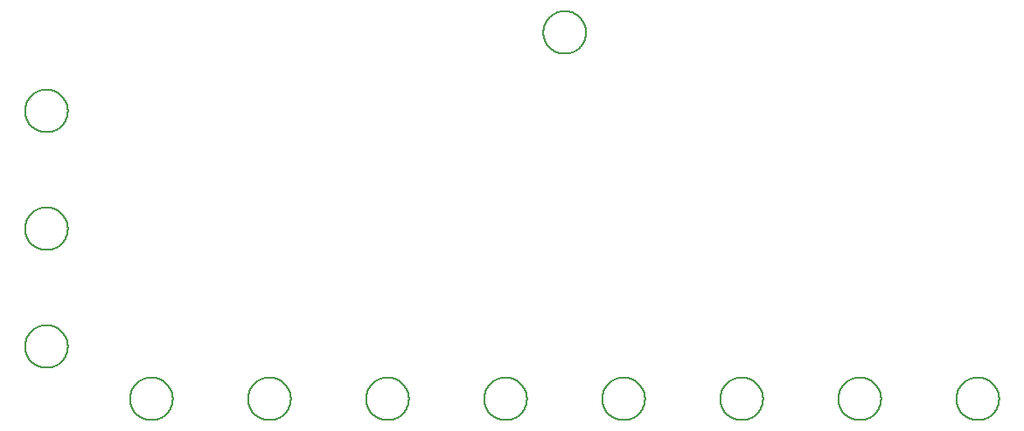
<source format=gbr>
G04 EAGLE Gerber RS-274X export*
G75*
%MOMM*%
%FSLAX34Y34*%
%LPD*%
%INTop Copper*%
%IPPOS*%
%AMOC8*
5,1,8,0,0,1.08239X$1,22.5*%
G01*
%ADD10C,0.000241*%
%ADD11C,0.127000*%


D10*
X203200Y522800D03*
X203200Y467800D03*
X203000Y495300D03*
X203200Y446600D03*
X203200Y391600D03*
X203000Y419100D03*
X203200Y370400D03*
X203200Y315400D03*
X203000Y342900D03*
D11*
X202946Y274320D02*
X202439Y274310D01*
X201932Y274289D01*
X201426Y274254D01*
X200921Y274208D01*
X200418Y274149D01*
X199916Y274078D01*
X199416Y273994D01*
X198918Y273899D01*
X198422Y273791D01*
X197929Y273671D01*
X197440Y273539D01*
X196953Y273395D01*
X196471Y273239D01*
X195992Y273071D01*
X195518Y272892D01*
X195048Y272701D01*
X194583Y272499D01*
X194123Y272285D01*
X193669Y272061D01*
X193220Y271825D01*
X192777Y271578D01*
X192340Y271320D01*
X191910Y271052D01*
X191486Y270774D01*
X191069Y270485D01*
X190660Y270186D01*
X190258Y269877D01*
X189863Y269558D01*
X189477Y269229D01*
X189098Y268892D01*
X188729Y268545D01*
X188367Y268189D01*
X188015Y267824D01*
X187671Y267451D01*
X187337Y267070D01*
X187012Y266681D01*
X186697Y266283D01*
X186392Y265878D01*
X186097Y265466D01*
X185812Y265047D01*
X185537Y264620D01*
X185273Y264188D01*
X185019Y263749D01*
X184776Y263303D01*
X184545Y262852D01*
X184324Y262396D01*
X184115Y261934D01*
X183917Y261467D01*
X183730Y260995D01*
X183555Y260519D01*
X183392Y260039D01*
X183241Y259555D01*
X183101Y259068D01*
X182974Y258577D01*
X182858Y258083D01*
X182755Y257587D01*
X182664Y257088D01*
X182585Y256587D01*
X182518Y256084D01*
X182464Y255580D01*
X182422Y255075D01*
X182393Y254568D01*
X182376Y254062D01*
X182371Y253555D01*
X182379Y253047D01*
X182399Y252541D01*
X182432Y252035D01*
X182477Y251530D01*
X182534Y251026D01*
X182604Y250523D01*
X182686Y250023D01*
X182780Y249525D01*
X182886Y249029D01*
X183004Y248536D01*
X183135Y248046D01*
X183277Y247559D01*
X183432Y247076D01*
X183598Y246597D01*
X183776Y246122D01*
X183965Y245652D01*
X184166Y245186D01*
X184378Y244726D01*
X184602Y244270D01*
X184836Y243821D01*
X185082Y243377D01*
X185338Y242939D01*
X185605Y242508D01*
X185882Y242084D01*
X186170Y241666D01*
X186467Y241256D01*
X186775Y240853D01*
X187093Y240457D01*
X187420Y240070D01*
X187757Y239690D01*
X188102Y239319D01*
X188457Y238957D01*
X188820Y238603D01*
X189192Y238259D01*
X189573Y237923D01*
X189961Y237598D01*
X190358Y237281D01*
X190762Y236975D01*
X191173Y236678D01*
X191591Y236392D01*
X192017Y236116D01*
X192449Y235850D01*
X192887Y235595D01*
X193332Y235351D01*
X193782Y235118D01*
X194238Y234896D01*
X194699Y234685D01*
X195165Y234486D01*
X195636Y234298D01*
X196112Y234121D01*
X196591Y233957D01*
X197075Y233804D01*
X197562Y233663D01*
X198052Y233534D01*
X198546Y233417D01*
X199042Y233312D01*
X199541Y233220D01*
X200041Y233139D01*
X200544Y233071D01*
X201048Y233015D01*
X201553Y232972D01*
X202059Y232941D01*
X202566Y232922D01*
X203073Y232916D01*
X203580Y232922D01*
X204087Y232941D01*
X204593Y232972D01*
X205098Y233015D01*
X205602Y233071D01*
X206105Y233139D01*
X206605Y233220D01*
X207104Y233312D01*
X207600Y233417D01*
X208094Y233534D01*
X208584Y233663D01*
X209071Y233804D01*
X209555Y233957D01*
X210034Y234121D01*
X210510Y234298D01*
X210981Y234486D01*
X211447Y234685D01*
X211908Y234896D01*
X212364Y235118D01*
X212814Y235351D01*
X213259Y235595D01*
X213697Y235850D01*
X214129Y236116D01*
X214555Y236392D01*
X214973Y236678D01*
X215384Y236975D01*
X215788Y237281D01*
X216185Y237598D01*
X216573Y237923D01*
X216954Y238259D01*
X217326Y238603D01*
X217689Y238957D01*
X218044Y239319D01*
X218389Y239690D01*
X218726Y240070D01*
X219053Y240457D01*
X219371Y240853D01*
X219679Y241256D01*
X219976Y241666D01*
X220264Y242084D01*
X220541Y242508D01*
X220808Y242939D01*
X221064Y243377D01*
X221310Y243821D01*
X221544Y244270D01*
X221768Y244726D01*
X221980Y245186D01*
X222181Y245652D01*
X222370Y246122D01*
X222548Y246597D01*
X222714Y247076D01*
X222869Y247559D01*
X223011Y248046D01*
X223142Y248536D01*
X223260Y249029D01*
X223366Y249525D01*
X223460Y250023D01*
X223542Y250523D01*
X223612Y251026D01*
X223669Y251530D01*
X223714Y252035D01*
X223747Y252541D01*
X223767Y253047D01*
X223775Y253555D01*
X223770Y254062D01*
X223753Y254568D01*
X223724Y255075D01*
X223682Y255580D01*
X223628Y256084D01*
X223561Y256587D01*
X223482Y257088D01*
X223391Y257587D01*
X223288Y258083D01*
X223172Y258577D01*
X223045Y259068D01*
X222905Y259555D01*
X222754Y260039D01*
X222591Y260519D01*
X222416Y260995D01*
X222229Y261467D01*
X222031Y261934D01*
X221822Y262396D01*
X221601Y262852D01*
X221370Y263303D01*
X221127Y263749D01*
X220873Y264188D01*
X220609Y264620D01*
X220334Y265047D01*
X220049Y265466D01*
X219754Y265878D01*
X219449Y266283D01*
X219134Y266681D01*
X218809Y267070D01*
X218475Y267451D01*
X218131Y267824D01*
X217779Y268189D01*
X217417Y268545D01*
X217048Y268892D01*
X216669Y269229D01*
X216283Y269558D01*
X215888Y269877D01*
X215486Y270186D01*
X215077Y270485D01*
X214660Y270774D01*
X214236Y271052D01*
X213806Y271320D01*
X213369Y271578D01*
X212926Y271825D01*
X212477Y272061D01*
X212023Y272285D01*
X211563Y272499D01*
X211098Y272701D01*
X210628Y272892D01*
X210154Y273071D01*
X209675Y273239D01*
X209193Y273395D01*
X208706Y273539D01*
X208217Y273671D01*
X207724Y273791D01*
X207228Y273899D01*
X206730Y273994D01*
X206230Y274078D01*
X205728Y274149D01*
X205225Y274208D01*
X204720Y274254D01*
X204214Y274289D01*
X203707Y274310D01*
X203200Y274320D01*
D10*
X203200Y254000D03*
X317500Y522800D03*
X317500Y467800D03*
X317300Y495300D03*
X317500Y446600D03*
X317500Y391600D03*
X317300Y419100D03*
X317500Y370400D03*
X317500Y315400D03*
X317300Y342900D03*
D11*
X317246Y274320D02*
X316739Y274310D01*
X316232Y274289D01*
X315726Y274254D01*
X315221Y274208D01*
X314718Y274149D01*
X314216Y274078D01*
X313716Y273994D01*
X313218Y273899D01*
X312722Y273791D01*
X312229Y273671D01*
X311740Y273539D01*
X311253Y273395D01*
X310771Y273239D01*
X310292Y273071D01*
X309818Y272892D01*
X309348Y272701D01*
X308883Y272499D01*
X308423Y272285D01*
X307969Y272061D01*
X307520Y271825D01*
X307077Y271578D01*
X306640Y271320D01*
X306210Y271052D01*
X305786Y270774D01*
X305369Y270485D01*
X304960Y270186D01*
X304558Y269877D01*
X304163Y269558D01*
X303777Y269229D01*
X303398Y268892D01*
X303029Y268545D01*
X302667Y268189D01*
X302315Y267824D01*
X301971Y267451D01*
X301637Y267070D01*
X301312Y266681D01*
X300997Y266283D01*
X300692Y265878D01*
X300397Y265466D01*
X300112Y265047D01*
X299837Y264620D01*
X299573Y264188D01*
X299319Y263749D01*
X299076Y263303D01*
X298845Y262852D01*
X298624Y262396D01*
X298415Y261934D01*
X298217Y261467D01*
X298030Y260995D01*
X297855Y260519D01*
X297692Y260039D01*
X297541Y259555D01*
X297401Y259068D01*
X297274Y258577D01*
X297158Y258083D01*
X297055Y257587D01*
X296964Y257088D01*
X296885Y256587D01*
X296818Y256084D01*
X296764Y255580D01*
X296722Y255075D01*
X296693Y254568D01*
X296676Y254062D01*
X296671Y253555D01*
X296679Y253047D01*
X296699Y252541D01*
X296732Y252035D01*
X296777Y251530D01*
X296834Y251026D01*
X296904Y250523D01*
X296986Y250023D01*
X297080Y249525D01*
X297186Y249029D01*
X297304Y248536D01*
X297435Y248046D01*
X297577Y247559D01*
X297732Y247076D01*
X297898Y246597D01*
X298076Y246122D01*
X298265Y245652D01*
X298466Y245186D01*
X298678Y244726D01*
X298902Y244270D01*
X299136Y243821D01*
X299382Y243377D01*
X299638Y242939D01*
X299905Y242508D01*
X300182Y242084D01*
X300470Y241666D01*
X300767Y241256D01*
X301075Y240853D01*
X301393Y240457D01*
X301720Y240070D01*
X302057Y239690D01*
X302402Y239319D01*
X302757Y238957D01*
X303120Y238603D01*
X303492Y238259D01*
X303873Y237923D01*
X304261Y237598D01*
X304658Y237281D01*
X305062Y236975D01*
X305473Y236678D01*
X305891Y236392D01*
X306317Y236116D01*
X306749Y235850D01*
X307187Y235595D01*
X307632Y235351D01*
X308082Y235118D01*
X308538Y234896D01*
X308999Y234685D01*
X309465Y234486D01*
X309936Y234298D01*
X310412Y234121D01*
X310891Y233957D01*
X311375Y233804D01*
X311862Y233663D01*
X312352Y233534D01*
X312846Y233417D01*
X313342Y233312D01*
X313841Y233220D01*
X314341Y233139D01*
X314844Y233071D01*
X315348Y233015D01*
X315853Y232972D01*
X316359Y232941D01*
X316866Y232922D01*
X317373Y232916D01*
X317880Y232922D01*
X318387Y232941D01*
X318893Y232972D01*
X319398Y233015D01*
X319902Y233071D01*
X320405Y233139D01*
X320905Y233220D01*
X321404Y233312D01*
X321900Y233417D01*
X322394Y233534D01*
X322884Y233663D01*
X323371Y233804D01*
X323855Y233957D01*
X324334Y234121D01*
X324810Y234298D01*
X325281Y234486D01*
X325747Y234685D01*
X326208Y234896D01*
X326664Y235118D01*
X327114Y235351D01*
X327559Y235595D01*
X327997Y235850D01*
X328429Y236116D01*
X328855Y236392D01*
X329273Y236678D01*
X329684Y236975D01*
X330088Y237281D01*
X330485Y237598D01*
X330873Y237923D01*
X331254Y238259D01*
X331626Y238603D01*
X331989Y238957D01*
X332344Y239319D01*
X332689Y239690D01*
X333026Y240070D01*
X333353Y240457D01*
X333671Y240853D01*
X333979Y241256D01*
X334276Y241666D01*
X334564Y242084D01*
X334841Y242508D01*
X335108Y242939D01*
X335364Y243377D01*
X335610Y243821D01*
X335844Y244270D01*
X336068Y244726D01*
X336280Y245186D01*
X336481Y245652D01*
X336670Y246122D01*
X336848Y246597D01*
X337014Y247076D01*
X337169Y247559D01*
X337311Y248046D01*
X337442Y248536D01*
X337560Y249029D01*
X337666Y249525D01*
X337760Y250023D01*
X337842Y250523D01*
X337912Y251026D01*
X337969Y251530D01*
X338014Y252035D01*
X338047Y252541D01*
X338067Y253047D01*
X338075Y253555D01*
X338070Y254062D01*
X338053Y254568D01*
X338024Y255075D01*
X337982Y255580D01*
X337928Y256084D01*
X337861Y256587D01*
X337782Y257088D01*
X337691Y257587D01*
X337588Y258083D01*
X337472Y258577D01*
X337345Y259068D01*
X337205Y259555D01*
X337054Y260039D01*
X336891Y260519D01*
X336716Y260995D01*
X336529Y261467D01*
X336331Y261934D01*
X336122Y262396D01*
X335901Y262852D01*
X335670Y263303D01*
X335427Y263749D01*
X335173Y264188D01*
X334909Y264620D01*
X334634Y265047D01*
X334349Y265466D01*
X334054Y265878D01*
X333749Y266283D01*
X333434Y266681D01*
X333109Y267070D01*
X332775Y267451D01*
X332431Y267824D01*
X332079Y268189D01*
X331717Y268545D01*
X331348Y268892D01*
X330969Y269229D01*
X330583Y269558D01*
X330188Y269877D01*
X329786Y270186D01*
X329377Y270485D01*
X328960Y270774D01*
X328536Y271052D01*
X328106Y271320D01*
X327669Y271578D01*
X327226Y271825D01*
X326777Y272061D01*
X326323Y272285D01*
X325863Y272499D01*
X325398Y272701D01*
X324928Y272892D01*
X324454Y273071D01*
X323975Y273239D01*
X323493Y273395D01*
X323006Y273539D01*
X322517Y273671D01*
X322024Y273791D01*
X321528Y273899D01*
X321030Y273994D01*
X320530Y274078D01*
X320028Y274149D01*
X319525Y274208D01*
X319020Y274254D01*
X318514Y274289D01*
X318007Y274310D01*
X317500Y274320D01*
D10*
X317500Y254000D03*
X431800Y522800D03*
X431800Y467800D03*
X431600Y495300D03*
X431800Y446600D03*
X431800Y391600D03*
X431600Y419100D03*
X431800Y370400D03*
X431800Y315400D03*
X431600Y342900D03*
D11*
X431546Y274320D02*
X431039Y274310D01*
X430532Y274289D01*
X430026Y274254D01*
X429521Y274208D01*
X429018Y274149D01*
X428516Y274078D01*
X428016Y273994D01*
X427518Y273899D01*
X427022Y273791D01*
X426529Y273671D01*
X426040Y273539D01*
X425553Y273395D01*
X425071Y273239D01*
X424592Y273071D01*
X424118Y272892D01*
X423648Y272701D01*
X423183Y272499D01*
X422723Y272285D01*
X422269Y272061D01*
X421820Y271825D01*
X421377Y271578D01*
X420940Y271320D01*
X420510Y271052D01*
X420086Y270774D01*
X419669Y270485D01*
X419260Y270186D01*
X418858Y269877D01*
X418463Y269558D01*
X418077Y269229D01*
X417698Y268892D01*
X417329Y268545D01*
X416967Y268189D01*
X416615Y267824D01*
X416271Y267451D01*
X415937Y267070D01*
X415612Y266681D01*
X415297Y266283D01*
X414992Y265878D01*
X414697Y265466D01*
X414412Y265047D01*
X414137Y264620D01*
X413873Y264188D01*
X413619Y263749D01*
X413376Y263303D01*
X413145Y262852D01*
X412924Y262396D01*
X412715Y261934D01*
X412517Y261467D01*
X412330Y260995D01*
X412155Y260519D01*
X411992Y260039D01*
X411841Y259555D01*
X411701Y259068D01*
X411574Y258577D01*
X411458Y258083D01*
X411355Y257587D01*
X411264Y257088D01*
X411185Y256587D01*
X411118Y256084D01*
X411064Y255580D01*
X411022Y255075D01*
X410993Y254568D01*
X410976Y254062D01*
X410971Y253555D01*
X410979Y253047D01*
X410999Y252541D01*
X411032Y252035D01*
X411077Y251530D01*
X411134Y251026D01*
X411204Y250523D01*
X411286Y250023D01*
X411380Y249525D01*
X411486Y249029D01*
X411604Y248536D01*
X411735Y248046D01*
X411877Y247559D01*
X412032Y247076D01*
X412198Y246597D01*
X412376Y246122D01*
X412565Y245652D01*
X412766Y245186D01*
X412978Y244726D01*
X413202Y244270D01*
X413436Y243821D01*
X413682Y243377D01*
X413938Y242939D01*
X414205Y242508D01*
X414482Y242084D01*
X414770Y241666D01*
X415067Y241256D01*
X415375Y240853D01*
X415693Y240457D01*
X416020Y240070D01*
X416357Y239690D01*
X416702Y239319D01*
X417057Y238957D01*
X417420Y238603D01*
X417792Y238259D01*
X418173Y237923D01*
X418561Y237598D01*
X418958Y237281D01*
X419362Y236975D01*
X419773Y236678D01*
X420191Y236392D01*
X420617Y236116D01*
X421049Y235850D01*
X421487Y235595D01*
X421932Y235351D01*
X422382Y235118D01*
X422838Y234896D01*
X423299Y234685D01*
X423765Y234486D01*
X424236Y234298D01*
X424712Y234121D01*
X425191Y233957D01*
X425675Y233804D01*
X426162Y233663D01*
X426652Y233534D01*
X427146Y233417D01*
X427642Y233312D01*
X428141Y233220D01*
X428641Y233139D01*
X429144Y233071D01*
X429648Y233015D01*
X430153Y232972D01*
X430659Y232941D01*
X431166Y232922D01*
X431673Y232916D01*
X432180Y232922D01*
X432687Y232941D01*
X433193Y232972D01*
X433698Y233015D01*
X434202Y233071D01*
X434705Y233139D01*
X435205Y233220D01*
X435704Y233312D01*
X436200Y233417D01*
X436694Y233534D01*
X437184Y233663D01*
X437671Y233804D01*
X438155Y233957D01*
X438634Y234121D01*
X439110Y234298D01*
X439581Y234486D01*
X440047Y234685D01*
X440508Y234896D01*
X440964Y235118D01*
X441414Y235351D01*
X441859Y235595D01*
X442297Y235850D01*
X442729Y236116D01*
X443155Y236392D01*
X443573Y236678D01*
X443984Y236975D01*
X444388Y237281D01*
X444785Y237598D01*
X445173Y237923D01*
X445554Y238259D01*
X445926Y238603D01*
X446289Y238957D01*
X446644Y239319D01*
X446989Y239690D01*
X447326Y240070D01*
X447653Y240457D01*
X447971Y240853D01*
X448279Y241256D01*
X448576Y241666D01*
X448864Y242084D01*
X449141Y242508D01*
X449408Y242939D01*
X449664Y243377D01*
X449910Y243821D01*
X450144Y244270D01*
X450368Y244726D01*
X450580Y245186D01*
X450781Y245652D01*
X450970Y246122D01*
X451148Y246597D01*
X451314Y247076D01*
X451469Y247559D01*
X451611Y248046D01*
X451742Y248536D01*
X451860Y249029D01*
X451966Y249525D01*
X452060Y250023D01*
X452142Y250523D01*
X452212Y251026D01*
X452269Y251530D01*
X452314Y252035D01*
X452347Y252541D01*
X452367Y253047D01*
X452375Y253555D01*
X452370Y254062D01*
X452353Y254568D01*
X452324Y255075D01*
X452282Y255580D01*
X452228Y256084D01*
X452161Y256587D01*
X452082Y257088D01*
X451991Y257587D01*
X451888Y258083D01*
X451772Y258577D01*
X451645Y259068D01*
X451505Y259555D01*
X451354Y260039D01*
X451191Y260519D01*
X451016Y260995D01*
X450829Y261467D01*
X450631Y261934D01*
X450422Y262396D01*
X450201Y262852D01*
X449970Y263303D01*
X449727Y263749D01*
X449473Y264188D01*
X449209Y264620D01*
X448934Y265047D01*
X448649Y265466D01*
X448354Y265878D01*
X448049Y266283D01*
X447734Y266681D01*
X447409Y267070D01*
X447075Y267451D01*
X446731Y267824D01*
X446379Y268189D01*
X446017Y268545D01*
X445648Y268892D01*
X445269Y269229D01*
X444883Y269558D01*
X444488Y269877D01*
X444086Y270186D01*
X443677Y270485D01*
X443260Y270774D01*
X442836Y271052D01*
X442406Y271320D01*
X441969Y271578D01*
X441526Y271825D01*
X441077Y272061D01*
X440623Y272285D01*
X440163Y272499D01*
X439698Y272701D01*
X439228Y272892D01*
X438754Y273071D01*
X438275Y273239D01*
X437793Y273395D01*
X437306Y273539D01*
X436817Y273671D01*
X436324Y273791D01*
X435828Y273899D01*
X435330Y273994D01*
X434830Y274078D01*
X434328Y274149D01*
X433825Y274208D01*
X433320Y274254D01*
X432814Y274289D01*
X432307Y274310D01*
X431800Y274320D01*
D10*
X431800Y254000D03*
X546100Y522800D03*
X546100Y467800D03*
X545900Y495300D03*
X546100Y446600D03*
X546100Y391600D03*
X545900Y419100D03*
X546100Y370400D03*
X546100Y315400D03*
X545900Y342900D03*
D11*
X545846Y274320D02*
X545339Y274310D01*
X544832Y274289D01*
X544326Y274254D01*
X543821Y274208D01*
X543318Y274149D01*
X542816Y274078D01*
X542316Y273994D01*
X541818Y273899D01*
X541322Y273791D01*
X540829Y273671D01*
X540340Y273539D01*
X539853Y273395D01*
X539371Y273239D01*
X538892Y273071D01*
X538418Y272892D01*
X537948Y272701D01*
X537483Y272499D01*
X537023Y272285D01*
X536569Y272061D01*
X536120Y271825D01*
X535677Y271578D01*
X535240Y271320D01*
X534810Y271052D01*
X534386Y270774D01*
X533969Y270485D01*
X533560Y270186D01*
X533158Y269877D01*
X532763Y269558D01*
X532377Y269229D01*
X531998Y268892D01*
X531629Y268545D01*
X531267Y268189D01*
X530915Y267824D01*
X530571Y267451D01*
X530237Y267070D01*
X529912Y266681D01*
X529597Y266283D01*
X529292Y265878D01*
X528997Y265466D01*
X528712Y265047D01*
X528437Y264620D01*
X528173Y264188D01*
X527919Y263749D01*
X527676Y263303D01*
X527445Y262852D01*
X527224Y262396D01*
X527015Y261934D01*
X526817Y261467D01*
X526630Y260995D01*
X526455Y260519D01*
X526292Y260039D01*
X526141Y259555D01*
X526001Y259068D01*
X525874Y258577D01*
X525758Y258083D01*
X525655Y257587D01*
X525564Y257088D01*
X525485Y256587D01*
X525418Y256084D01*
X525364Y255580D01*
X525322Y255075D01*
X525293Y254568D01*
X525276Y254062D01*
X525271Y253555D01*
X525279Y253047D01*
X525299Y252541D01*
X525332Y252035D01*
X525377Y251530D01*
X525434Y251026D01*
X525504Y250523D01*
X525586Y250023D01*
X525680Y249525D01*
X525786Y249029D01*
X525904Y248536D01*
X526035Y248046D01*
X526177Y247559D01*
X526332Y247076D01*
X526498Y246597D01*
X526676Y246122D01*
X526865Y245652D01*
X527066Y245186D01*
X527278Y244726D01*
X527502Y244270D01*
X527736Y243821D01*
X527982Y243377D01*
X528238Y242939D01*
X528505Y242508D01*
X528782Y242084D01*
X529070Y241666D01*
X529367Y241256D01*
X529675Y240853D01*
X529993Y240457D01*
X530320Y240070D01*
X530657Y239690D01*
X531002Y239319D01*
X531357Y238957D01*
X531720Y238603D01*
X532092Y238259D01*
X532473Y237923D01*
X532861Y237598D01*
X533258Y237281D01*
X533662Y236975D01*
X534073Y236678D01*
X534491Y236392D01*
X534917Y236116D01*
X535349Y235850D01*
X535787Y235595D01*
X536232Y235351D01*
X536682Y235118D01*
X537138Y234896D01*
X537599Y234685D01*
X538065Y234486D01*
X538536Y234298D01*
X539012Y234121D01*
X539491Y233957D01*
X539975Y233804D01*
X540462Y233663D01*
X540952Y233534D01*
X541446Y233417D01*
X541942Y233312D01*
X542441Y233220D01*
X542941Y233139D01*
X543444Y233071D01*
X543948Y233015D01*
X544453Y232972D01*
X544959Y232941D01*
X545466Y232922D01*
X545973Y232916D01*
X546480Y232922D01*
X546987Y232941D01*
X547493Y232972D01*
X547998Y233015D01*
X548502Y233071D01*
X549005Y233139D01*
X549505Y233220D01*
X550004Y233312D01*
X550500Y233417D01*
X550994Y233534D01*
X551484Y233663D01*
X551971Y233804D01*
X552455Y233957D01*
X552934Y234121D01*
X553410Y234298D01*
X553881Y234486D01*
X554347Y234685D01*
X554808Y234896D01*
X555264Y235118D01*
X555714Y235351D01*
X556159Y235595D01*
X556597Y235850D01*
X557029Y236116D01*
X557455Y236392D01*
X557873Y236678D01*
X558284Y236975D01*
X558688Y237281D01*
X559085Y237598D01*
X559473Y237923D01*
X559854Y238259D01*
X560226Y238603D01*
X560589Y238957D01*
X560944Y239319D01*
X561289Y239690D01*
X561626Y240070D01*
X561953Y240457D01*
X562271Y240853D01*
X562579Y241256D01*
X562876Y241666D01*
X563164Y242084D01*
X563441Y242508D01*
X563708Y242939D01*
X563964Y243377D01*
X564210Y243821D01*
X564444Y244270D01*
X564668Y244726D01*
X564880Y245186D01*
X565081Y245652D01*
X565270Y246122D01*
X565448Y246597D01*
X565614Y247076D01*
X565769Y247559D01*
X565911Y248046D01*
X566042Y248536D01*
X566160Y249029D01*
X566266Y249525D01*
X566360Y250023D01*
X566442Y250523D01*
X566512Y251026D01*
X566569Y251530D01*
X566614Y252035D01*
X566647Y252541D01*
X566667Y253047D01*
X566675Y253555D01*
X566670Y254062D01*
X566653Y254568D01*
X566624Y255075D01*
X566582Y255580D01*
X566528Y256084D01*
X566461Y256587D01*
X566382Y257088D01*
X566291Y257587D01*
X566188Y258083D01*
X566072Y258577D01*
X565945Y259068D01*
X565805Y259555D01*
X565654Y260039D01*
X565491Y260519D01*
X565316Y260995D01*
X565129Y261467D01*
X564931Y261934D01*
X564722Y262396D01*
X564501Y262852D01*
X564270Y263303D01*
X564027Y263749D01*
X563773Y264188D01*
X563509Y264620D01*
X563234Y265047D01*
X562949Y265466D01*
X562654Y265878D01*
X562349Y266283D01*
X562034Y266681D01*
X561709Y267070D01*
X561375Y267451D01*
X561031Y267824D01*
X560679Y268189D01*
X560317Y268545D01*
X559948Y268892D01*
X559569Y269229D01*
X559183Y269558D01*
X558788Y269877D01*
X558386Y270186D01*
X557977Y270485D01*
X557560Y270774D01*
X557136Y271052D01*
X556706Y271320D01*
X556269Y271578D01*
X555826Y271825D01*
X555377Y272061D01*
X554923Y272285D01*
X554463Y272499D01*
X553998Y272701D01*
X553528Y272892D01*
X553054Y273071D01*
X552575Y273239D01*
X552093Y273395D01*
X551606Y273539D01*
X551117Y273671D01*
X550624Y273791D01*
X550128Y273899D01*
X549630Y273994D01*
X549130Y274078D01*
X548628Y274149D01*
X548125Y274208D01*
X547620Y274254D01*
X547114Y274289D01*
X546607Y274310D01*
X546100Y274320D01*
D10*
X546100Y254000D03*
X660400Y522800D03*
X660400Y467800D03*
X660200Y495300D03*
X660400Y446600D03*
X660400Y391600D03*
X660200Y419100D03*
X660400Y370400D03*
X660400Y315400D03*
X660200Y342900D03*
D11*
X660146Y274320D02*
X659639Y274310D01*
X659132Y274289D01*
X658626Y274254D01*
X658121Y274208D01*
X657618Y274149D01*
X657116Y274078D01*
X656616Y273994D01*
X656118Y273899D01*
X655622Y273791D01*
X655129Y273671D01*
X654640Y273539D01*
X654153Y273395D01*
X653671Y273239D01*
X653192Y273071D01*
X652718Y272892D01*
X652248Y272701D01*
X651783Y272499D01*
X651323Y272285D01*
X650869Y272061D01*
X650420Y271825D01*
X649977Y271578D01*
X649540Y271320D01*
X649110Y271052D01*
X648686Y270774D01*
X648269Y270485D01*
X647860Y270186D01*
X647458Y269877D01*
X647063Y269558D01*
X646677Y269229D01*
X646298Y268892D01*
X645929Y268545D01*
X645567Y268189D01*
X645215Y267824D01*
X644871Y267451D01*
X644537Y267070D01*
X644212Y266681D01*
X643897Y266283D01*
X643592Y265878D01*
X643297Y265466D01*
X643012Y265047D01*
X642737Y264620D01*
X642473Y264188D01*
X642219Y263749D01*
X641976Y263303D01*
X641745Y262852D01*
X641524Y262396D01*
X641315Y261934D01*
X641117Y261467D01*
X640930Y260995D01*
X640755Y260519D01*
X640592Y260039D01*
X640441Y259555D01*
X640301Y259068D01*
X640174Y258577D01*
X640058Y258083D01*
X639955Y257587D01*
X639864Y257088D01*
X639785Y256587D01*
X639718Y256084D01*
X639664Y255580D01*
X639622Y255075D01*
X639593Y254568D01*
X639576Y254062D01*
X639571Y253555D01*
X639579Y253047D01*
X639599Y252541D01*
X639632Y252035D01*
X639677Y251530D01*
X639734Y251026D01*
X639804Y250523D01*
X639886Y250023D01*
X639980Y249525D01*
X640086Y249029D01*
X640204Y248536D01*
X640335Y248046D01*
X640477Y247559D01*
X640632Y247076D01*
X640798Y246597D01*
X640976Y246122D01*
X641165Y245652D01*
X641366Y245186D01*
X641578Y244726D01*
X641802Y244270D01*
X642036Y243821D01*
X642282Y243377D01*
X642538Y242939D01*
X642805Y242508D01*
X643082Y242084D01*
X643370Y241666D01*
X643667Y241256D01*
X643975Y240853D01*
X644293Y240457D01*
X644620Y240070D01*
X644957Y239690D01*
X645302Y239319D01*
X645657Y238957D01*
X646020Y238603D01*
X646392Y238259D01*
X646773Y237923D01*
X647161Y237598D01*
X647558Y237281D01*
X647962Y236975D01*
X648373Y236678D01*
X648791Y236392D01*
X649217Y236116D01*
X649649Y235850D01*
X650087Y235595D01*
X650532Y235351D01*
X650982Y235118D01*
X651438Y234896D01*
X651899Y234685D01*
X652365Y234486D01*
X652836Y234298D01*
X653312Y234121D01*
X653791Y233957D01*
X654275Y233804D01*
X654762Y233663D01*
X655252Y233534D01*
X655746Y233417D01*
X656242Y233312D01*
X656741Y233220D01*
X657241Y233139D01*
X657744Y233071D01*
X658248Y233015D01*
X658753Y232972D01*
X659259Y232941D01*
X659766Y232922D01*
X660273Y232916D01*
X660780Y232922D01*
X661287Y232941D01*
X661793Y232972D01*
X662298Y233015D01*
X662802Y233071D01*
X663305Y233139D01*
X663805Y233220D01*
X664304Y233312D01*
X664800Y233417D01*
X665294Y233534D01*
X665784Y233663D01*
X666271Y233804D01*
X666755Y233957D01*
X667234Y234121D01*
X667710Y234298D01*
X668181Y234486D01*
X668647Y234685D01*
X669108Y234896D01*
X669564Y235118D01*
X670014Y235351D01*
X670459Y235595D01*
X670897Y235850D01*
X671329Y236116D01*
X671755Y236392D01*
X672173Y236678D01*
X672584Y236975D01*
X672988Y237281D01*
X673385Y237598D01*
X673773Y237923D01*
X674154Y238259D01*
X674526Y238603D01*
X674889Y238957D01*
X675244Y239319D01*
X675589Y239690D01*
X675926Y240070D01*
X676253Y240457D01*
X676571Y240853D01*
X676879Y241256D01*
X677176Y241666D01*
X677464Y242084D01*
X677741Y242508D01*
X678008Y242939D01*
X678264Y243377D01*
X678510Y243821D01*
X678744Y244270D01*
X678968Y244726D01*
X679180Y245186D01*
X679381Y245652D01*
X679570Y246122D01*
X679748Y246597D01*
X679914Y247076D01*
X680069Y247559D01*
X680211Y248046D01*
X680342Y248536D01*
X680460Y249029D01*
X680566Y249525D01*
X680660Y250023D01*
X680742Y250523D01*
X680812Y251026D01*
X680869Y251530D01*
X680914Y252035D01*
X680947Y252541D01*
X680967Y253047D01*
X680975Y253555D01*
X680970Y254062D01*
X680953Y254568D01*
X680924Y255075D01*
X680882Y255580D01*
X680828Y256084D01*
X680761Y256587D01*
X680682Y257088D01*
X680591Y257587D01*
X680488Y258083D01*
X680372Y258577D01*
X680245Y259068D01*
X680105Y259555D01*
X679954Y260039D01*
X679791Y260519D01*
X679616Y260995D01*
X679429Y261467D01*
X679231Y261934D01*
X679022Y262396D01*
X678801Y262852D01*
X678570Y263303D01*
X678327Y263749D01*
X678073Y264188D01*
X677809Y264620D01*
X677534Y265047D01*
X677249Y265466D01*
X676954Y265878D01*
X676649Y266283D01*
X676334Y266681D01*
X676009Y267070D01*
X675675Y267451D01*
X675331Y267824D01*
X674979Y268189D01*
X674617Y268545D01*
X674248Y268892D01*
X673869Y269229D01*
X673483Y269558D01*
X673088Y269877D01*
X672686Y270186D01*
X672277Y270485D01*
X671860Y270774D01*
X671436Y271052D01*
X671006Y271320D01*
X670569Y271578D01*
X670126Y271825D01*
X669677Y272061D01*
X669223Y272285D01*
X668763Y272499D01*
X668298Y272701D01*
X667828Y272892D01*
X667354Y273071D01*
X666875Y273239D01*
X666393Y273395D01*
X665906Y273539D01*
X665417Y273671D01*
X664924Y273791D01*
X664428Y273899D01*
X663930Y273994D01*
X663430Y274078D01*
X662928Y274149D01*
X662425Y274208D01*
X661920Y274254D01*
X661414Y274289D01*
X660907Y274310D01*
X660400Y274320D01*
D10*
X660400Y254000D03*
X774700Y522800D03*
X774700Y467800D03*
X774500Y495300D03*
X774700Y446600D03*
X774700Y391600D03*
X774500Y419100D03*
X774700Y370400D03*
X774700Y315400D03*
X774500Y342900D03*
D11*
X774446Y274320D02*
X773939Y274310D01*
X773432Y274289D01*
X772926Y274254D01*
X772421Y274208D01*
X771918Y274149D01*
X771416Y274078D01*
X770916Y273994D01*
X770418Y273899D01*
X769922Y273791D01*
X769429Y273671D01*
X768940Y273539D01*
X768453Y273395D01*
X767971Y273239D01*
X767492Y273071D01*
X767018Y272892D01*
X766548Y272701D01*
X766083Y272499D01*
X765623Y272285D01*
X765169Y272061D01*
X764720Y271825D01*
X764277Y271578D01*
X763840Y271320D01*
X763410Y271052D01*
X762986Y270774D01*
X762569Y270485D01*
X762160Y270186D01*
X761758Y269877D01*
X761363Y269558D01*
X760977Y269229D01*
X760598Y268892D01*
X760229Y268545D01*
X759867Y268189D01*
X759515Y267824D01*
X759171Y267451D01*
X758837Y267070D01*
X758512Y266681D01*
X758197Y266283D01*
X757892Y265878D01*
X757597Y265466D01*
X757312Y265047D01*
X757037Y264620D01*
X756773Y264188D01*
X756519Y263749D01*
X756276Y263303D01*
X756045Y262852D01*
X755824Y262396D01*
X755615Y261934D01*
X755417Y261467D01*
X755230Y260995D01*
X755055Y260519D01*
X754892Y260039D01*
X754741Y259555D01*
X754601Y259068D01*
X754474Y258577D01*
X754358Y258083D01*
X754255Y257587D01*
X754164Y257088D01*
X754085Y256587D01*
X754018Y256084D01*
X753964Y255580D01*
X753922Y255075D01*
X753893Y254568D01*
X753876Y254062D01*
X753871Y253555D01*
X753879Y253047D01*
X753899Y252541D01*
X753932Y252035D01*
X753977Y251530D01*
X754034Y251026D01*
X754104Y250523D01*
X754186Y250023D01*
X754280Y249525D01*
X754386Y249029D01*
X754504Y248536D01*
X754635Y248046D01*
X754777Y247559D01*
X754932Y247076D01*
X755098Y246597D01*
X755276Y246122D01*
X755465Y245652D01*
X755666Y245186D01*
X755878Y244726D01*
X756102Y244270D01*
X756336Y243821D01*
X756582Y243377D01*
X756838Y242939D01*
X757105Y242508D01*
X757382Y242084D01*
X757670Y241666D01*
X757967Y241256D01*
X758275Y240853D01*
X758593Y240457D01*
X758920Y240070D01*
X759257Y239690D01*
X759602Y239319D01*
X759957Y238957D01*
X760320Y238603D01*
X760692Y238259D01*
X761073Y237923D01*
X761461Y237598D01*
X761858Y237281D01*
X762262Y236975D01*
X762673Y236678D01*
X763091Y236392D01*
X763517Y236116D01*
X763949Y235850D01*
X764387Y235595D01*
X764832Y235351D01*
X765282Y235118D01*
X765738Y234896D01*
X766199Y234685D01*
X766665Y234486D01*
X767136Y234298D01*
X767612Y234121D01*
X768091Y233957D01*
X768575Y233804D01*
X769062Y233663D01*
X769552Y233534D01*
X770046Y233417D01*
X770542Y233312D01*
X771041Y233220D01*
X771541Y233139D01*
X772044Y233071D01*
X772548Y233015D01*
X773053Y232972D01*
X773559Y232941D01*
X774066Y232922D01*
X774573Y232916D01*
X775080Y232922D01*
X775587Y232941D01*
X776093Y232972D01*
X776598Y233015D01*
X777102Y233071D01*
X777605Y233139D01*
X778105Y233220D01*
X778604Y233312D01*
X779100Y233417D01*
X779594Y233534D01*
X780084Y233663D01*
X780571Y233804D01*
X781055Y233957D01*
X781534Y234121D01*
X782010Y234298D01*
X782481Y234486D01*
X782947Y234685D01*
X783408Y234896D01*
X783864Y235118D01*
X784314Y235351D01*
X784759Y235595D01*
X785197Y235850D01*
X785629Y236116D01*
X786055Y236392D01*
X786473Y236678D01*
X786884Y236975D01*
X787288Y237281D01*
X787685Y237598D01*
X788073Y237923D01*
X788454Y238259D01*
X788826Y238603D01*
X789189Y238957D01*
X789544Y239319D01*
X789889Y239690D01*
X790226Y240070D01*
X790553Y240457D01*
X790871Y240853D01*
X791179Y241256D01*
X791476Y241666D01*
X791764Y242084D01*
X792041Y242508D01*
X792308Y242939D01*
X792564Y243377D01*
X792810Y243821D01*
X793044Y244270D01*
X793268Y244726D01*
X793480Y245186D01*
X793681Y245652D01*
X793870Y246122D01*
X794048Y246597D01*
X794214Y247076D01*
X794369Y247559D01*
X794511Y248046D01*
X794642Y248536D01*
X794760Y249029D01*
X794866Y249525D01*
X794960Y250023D01*
X795042Y250523D01*
X795112Y251026D01*
X795169Y251530D01*
X795214Y252035D01*
X795247Y252541D01*
X795267Y253047D01*
X795275Y253555D01*
X795270Y254062D01*
X795253Y254568D01*
X795224Y255075D01*
X795182Y255580D01*
X795128Y256084D01*
X795061Y256587D01*
X794982Y257088D01*
X794891Y257587D01*
X794788Y258083D01*
X794672Y258577D01*
X794545Y259068D01*
X794405Y259555D01*
X794254Y260039D01*
X794091Y260519D01*
X793916Y260995D01*
X793729Y261467D01*
X793531Y261934D01*
X793322Y262396D01*
X793101Y262852D01*
X792870Y263303D01*
X792627Y263749D01*
X792373Y264188D01*
X792109Y264620D01*
X791834Y265047D01*
X791549Y265466D01*
X791254Y265878D01*
X790949Y266283D01*
X790634Y266681D01*
X790309Y267070D01*
X789975Y267451D01*
X789631Y267824D01*
X789279Y268189D01*
X788917Y268545D01*
X788548Y268892D01*
X788169Y269229D01*
X787783Y269558D01*
X787388Y269877D01*
X786986Y270186D01*
X786577Y270485D01*
X786160Y270774D01*
X785736Y271052D01*
X785306Y271320D01*
X784869Y271578D01*
X784426Y271825D01*
X783977Y272061D01*
X783523Y272285D01*
X783063Y272499D01*
X782598Y272701D01*
X782128Y272892D01*
X781654Y273071D01*
X781175Y273239D01*
X780693Y273395D01*
X780206Y273539D01*
X779717Y273671D01*
X779224Y273791D01*
X778728Y273899D01*
X778230Y273994D01*
X777730Y274078D01*
X777228Y274149D01*
X776725Y274208D01*
X776220Y274254D01*
X775714Y274289D01*
X775207Y274310D01*
X774700Y274320D01*
D10*
X774700Y254000D03*
X889000Y522800D03*
X889000Y467800D03*
X888800Y495300D03*
X889000Y446600D03*
X889000Y391600D03*
X888800Y419100D03*
X889000Y370400D03*
X889000Y315400D03*
X888800Y342900D03*
D11*
X888746Y274320D02*
X888239Y274310D01*
X887732Y274289D01*
X887226Y274254D01*
X886721Y274208D01*
X886218Y274149D01*
X885716Y274078D01*
X885216Y273994D01*
X884718Y273899D01*
X884222Y273791D01*
X883729Y273671D01*
X883240Y273539D01*
X882753Y273395D01*
X882271Y273239D01*
X881792Y273071D01*
X881318Y272892D01*
X880848Y272701D01*
X880383Y272499D01*
X879923Y272285D01*
X879469Y272061D01*
X879020Y271825D01*
X878577Y271578D01*
X878140Y271320D01*
X877710Y271052D01*
X877286Y270774D01*
X876869Y270485D01*
X876460Y270186D01*
X876058Y269877D01*
X875663Y269558D01*
X875277Y269229D01*
X874898Y268892D01*
X874529Y268545D01*
X874167Y268189D01*
X873815Y267824D01*
X873471Y267451D01*
X873137Y267070D01*
X872812Y266681D01*
X872497Y266283D01*
X872192Y265878D01*
X871897Y265466D01*
X871612Y265047D01*
X871337Y264620D01*
X871073Y264188D01*
X870819Y263749D01*
X870576Y263303D01*
X870345Y262852D01*
X870124Y262396D01*
X869915Y261934D01*
X869717Y261467D01*
X869530Y260995D01*
X869355Y260519D01*
X869192Y260039D01*
X869041Y259555D01*
X868901Y259068D01*
X868774Y258577D01*
X868658Y258083D01*
X868555Y257587D01*
X868464Y257088D01*
X868385Y256587D01*
X868318Y256084D01*
X868264Y255580D01*
X868222Y255075D01*
X868193Y254568D01*
X868176Y254062D01*
X868171Y253555D01*
X868179Y253047D01*
X868199Y252541D01*
X868232Y252035D01*
X868277Y251530D01*
X868334Y251026D01*
X868404Y250523D01*
X868486Y250023D01*
X868580Y249525D01*
X868686Y249029D01*
X868804Y248536D01*
X868935Y248046D01*
X869077Y247559D01*
X869232Y247076D01*
X869398Y246597D01*
X869576Y246122D01*
X869765Y245652D01*
X869966Y245186D01*
X870178Y244726D01*
X870402Y244270D01*
X870636Y243821D01*
X870882Y243377D01*
X871138Y242939D01*
X871405Y242508D01*
X871682Y242084D01*
X871970Y241666D01*
X872267Y241256D01*
X872575Y240853D01*
X872893Y240457D01*
X873220Y240070D01*
X873557Y239690D01*
X873902Y239319D01*
X874257Y238957D01*
X874620Y238603D01*
X874992Y238259D01*
X875373Y237923D01*
X875761Y237598D01*
X876158Y237281D01*
X876562Y236975D01*
X876973Y236678D01*
X877391Y236392D01*
X877817Y236116D01*
X878249Y235850D01*
X878687Y235595D01*
X879132Y235351D01*
X879582Y235118D01*
X880038Y234896D01*
X880499Y234685D01*
X880965Y234486D01*
X881436Y234298D01*
X881912Y234121D01*
X882391Y233957D01*
X882875Y233804D01*
X883362Y233663D01*
X883852Y233534D01*
X884346Y233417D01*
X884842Y233312D01*
X885341Y233220D01*
X885841Y233139D01*
X886344Y233071D01*
X886848Y233015D01*
X887353Y232972D01*
X887859Y232941D01*
X888366Y232922D01*
X888873Y232916D01*
X889380Y232922D01*
X889887Y232941D01*
X890393Y232972D01*
X890898Y233015D01*
X891402Y233071D01*
X891905Y233139D01*
X892405Y233220D01*
X892904Y233312D01*
X893400Y233417D01*
X893894Y233534D01*
X894384Y233663D01*
X894871Y233804D01*
X895355Y233957D01*
X895834Y234121D01*
X896310Y234298D01*
X896781Y234486D01*
X897247Y234685D01*
X897708Y234896D01*
X898164Y235118D01*
X898614Y235351D01*
X899059Y235595D01*
X899497Y235850D01*
X899929Y236116D01*
X900355Y236392D01*
X900773Y236678D01*
X901184Y236975D01*
X901588Y237281D01*
X901985Y237598D01*
X902373Y237923D01*
X902754Y238259D01*
X903126Y238603D01*
X903489Y238957D01*
X903844Y239319D01*
X904189Y239690D01*
X904526Y240070D01*
X904853Y240457D01*
X905171Y240853D01*
X905479Y241256D01*
X905776Y241666D01*
X906064Y242084D01*
X906341Y242508D01*
X906608Y242939D01*
X906864Y243377D01*
X907110Y243821D01*
X907344Y244270D01*
X907568Y244726D01*
X907780Y245186D01*
X907981Y245652D01*
X908170Y246122D01*
X908348Y246597D01*
X908514Y247076D01*
X908669Y247559D01*
X908811Y248046D01*
X908942Y248536D01*
X909060Y249029D01*
X909166Y249525D01*
X909260Y250023D01*
X909342Y250523D01*
X909412Y251026D01*
X909469Y251530D01*
X909514Y252035D01*
X909547Y252541D01*
X909567Y253047D01*
X909575Y253555D01*
X909570Y254062D01*
X909553Y254568D01*
X909524Y255075D01*
X909482Y255580D01*
X909428Y256084D01*
X909361Y256587D01*
X909282Y257088D01*
X909191Y257587D01*
X909088Y258083D01*
X908972Y258577D01*
X908845Y259068D01*
X908705Y259555D01*
X908554Y260039D01*
X908391Y260519D01*
X908216Y260995D01*
X908029Y261467D01*
X907831Y261934D01*
X907622Y262396D01*
X907401Y262852D01*
X907170Y263303D01*
X906927Y263749D01*
X906673Y264188D01*
X906409Y264620D01*
X906134Y265047D01*
X905849Y265466D01*
X905554Y265878D01*
X905249Y266283D01*
X904934Y266681D01*
X904609Y267070D01*
X904275Y267451D01*
X903931Y267824D01*
X903579Y268189D01*
X903217Y268545D01*
X902848Y268892D01*
X902469Y269229D01*
X902083Y269558D01*
X901688Y269877D01*
X901286Y270186D01*
X900877Y270485D01*
X900460Y270774D01*
X900036Y271052D01*
X899606Y271320D01*
X899169Y271578D01*
X898726Y271825D01*
X898277Y272061D01*
X897823Y272285D01*
X897363Y272499D01*
X896898Y272701D01*
X896428Y272892D01*
X895954Y273071D01*
X895475Y273239D01*
X894993Y273395D01*
X894506Y273539D01*
X894017Y273671D01*
X893524Y273791D01*
X893028Y273899D01*
X892530Y273994D01*
X892030Y274078D01*
X891528Y274149D01*
X891025Y274208D01*
X890520Y274254D01*
X890014Y274289D01*
X889507Y274310D01*
X889000Y274320D01*
D10*
X889000Y254000D03*
X1003300Y522800D03*
X1003300Y467800D03*
X1003100Y495300D03*
X1003300Y446600D03*
X1003300Y391600D03*
X1003100Y419100D03*
X1003300Y370400D03*
X1003300Y315400D03*
X1003100Y342900D03*
D11*
X1003046Y274320D02*
X1002539Y274310D01*
X1002032Y274289D01*
X1001526Y274254D01*
X1001021Y274208D01*
X1000518Y274149D01*
X1000016Y274078D01*
X999516Y273994D01*
X999018Y273899D01*
X998522Y273791D01*
X998029Y273671D01*
X997540Y273539D01*
X997053Y273395D01*
X996571Y273239D01*
X996092Y273071D01*
X995618Y272892D01*
X995148Y272701D01*
X994683Y272499D01*
X994223Y272285D01*
X993769Y272061D01*
X993320Y271825D01*
X992877Y271578D01*
X992440Y271320D01*
X992010Y271052D01*
X991586Y270774D01*
X991169Y270485D01*
X990760Y270186D01*
X990358Y269877D01*
X989963Y269558D01*
X989577Y269229D01*
X989198Y268892D01*
X988829Y268545D01*
X988467Y268189D01*
X988115Y267824D01*
X987771Y267451D01*
X987437Y267070D01*
X987112Y266681D01*
X986797Y266283D01*
X986492Y265878D01*
X986197Y265466D01*
X985912Y265047D01*
X985637Y264620D01*
X985373Y264188D01*
X985119Y263749D01*
X984876Y263303D01*
X984645Y262852D01*
X984424Y262396D01*
X984215Y261934D01*
X984017Y261467D01*
X983830Y260995D01*
X983655Y260519D01*
X983492Y260039D01*
X983341Y259555D01*
X983201Y259068D01*
X983074Y258577D01*
X982958Y258083D01*
X982855Y257587D01*
X982764Y257088D01*
X982685Y256587D01*
X982618Y256084D01*
X982564Y255580D01*
X982522Y255075D01*
X982493Y254568D01*
X982476Y254062D01*
X982471Y253555D01*
X982479Y253047D01*
X982499Y252541D01*
X982532Y252035D01*
X982577Y251530D01*
X982634Y251026D01*
X982704Y250523D01*
X982786Y250023D01*
X982880Y249525D01*
X982986Y249029D01*
X983104Y248536D01*
X983235Y248046D01*
X983377Y247559D01*
X983532Y247076D01*
X983698Y246597D01*
X983876Y246122D01*
X984065Y245652D01*
X984266Y245186D01*
X984478Y244726D01*
X984702Y244270D01*
X984936Y243821D01*
X985182Y243377D01*
X985438Y242939D01*
X985705Y242508D01*
X985982Y242084D01*
X986270Y241666D01*
X986567Y241256D01*
X986875Y240853D01*
X987193Y240457D01*
X987520Y240070D01*
X987857Y239690D01*
X988202Y239319D01*
X988557Y238957D01*
X988920Y238603D01*
X989292Y238259D01*
X989673Y237923D01*
X990061Y237598D01*
X990458Y237281D01*
X990862Y236975D01*
X991273Y236678D01*
X991691Y236392D01*
X992117Y236116D01*
X992549Y235850D01*
X992987Y235595D01*
X993432Y235351D01*
X993882Y235118D01*
X994338Y234896D01*
X994799Y234685D01*
X995265Y234486D01*
X995736Y234298D01*
X996212Y234121D01*
X996691Y233957D01*
X997175Y233804D01*
X997662Y233663D01*
X998152Y233534D01*
X998646Y233417D01*
X999142Y233312D01*
X999641Y233220D01*
X1000141Y233139D01*
X1000644Y233071D01*
X1001148Y233015D01*
X1001653Y232972D01*
X1002159Y232941D01*
X1002666Y232922D01*
X1003173Y232916D01*
X1003680Y232922D01*
X1004187Y232941D01*
X1004693Y232972D01*
X1005198Y233015D01*
X1005702Y233071D01*
X1006205Y233139D01*
X1006705Y233220D01*
X1007204Y233312D01*
X1007700Y233417D01*
X1008194Y233534D01*
X1008684Y233663D01*
X1009171Y233804D01*
X1009655Y233957D01*
X1010134Y234121D01*
X1010610Y234298D01*
X1011081Y234486D01*
X1011547Y234685D01*
X1012008Y234896D01*
X1012464Y235118D01*
X1012914Y235351D01*
X1013359Y235595D01*
X1013797Y235850D01*
X1014229Y236116D01*
X1014655Y236392D01*
X1015073Y236678D01*
X1015484Y236975D01*
X1015888Y237281D01*
X1016285Y237598D01*
X1016673Y237923D01*
X1017054Y238259D01*
X1017426Y238603D01*
X1017789Y238957D01*
X1018144Y239319D01*
X1018489Y239690D01*
X1018826Y240070D01*
X1019153Y240457D01*
X1019471Y240853D01*
X1019779Y241256D01*
X1020076Y241666D01*
X1020364Y242084D01*
X1020641Y242508D01*
X1020908Y242939D01*
X1021164Y243377D01*
X1021410Y243821D01*
X1021644Y244270D01*
X1021868Y244726D01*
X1022080Y245186D01*
X1022281Y245652D01*
X1022470Y246122D01*
X1022648Y246597D01*
X1022814Y247076D01*
X1022969Y247559D01*
X1023111Y248046D01*
X1023242Y248536D01*
X1023360Y249029D01*
X1023466Y249525D01*
X1023560Y250023D01*
X1023642Y250523D01*
X1023712Y251026D01*
X1023769Y251530D01*
X1023814Y252035D01*
X1023847Y252541D01*
X1023867Y253047D01*
X1023875Y253555D01*
X1023870Y254062D01*
X1023853Y254568D01*
X1023824Y255075D01*
X1023782Y255580D01*
X1023728Y256084D01*
X1023661Y256587D01*
X1023582Y257088D01*
X1023491Y257587D01*
X1023388Y258083D01*
X1023272Y258577D01*
X1023145Y259068D01*
X1023005Y259555D01*
X1022854Y260039D01*
X1022691Y260519D01*
X1022516Y260995D01*
X1022329Y261467D01*
X1022131Y261934D01*
X1021922Y262396D01*
X1021701Y262852D01*
X1021470Y263303D01*
X1021227Y263749D01*
X1020973Y264188D01*
X1020709Y264620D01*
X1020434Y265047D01*
X1020149Y265466D01*
X1019854Y265878D01*
X1019549Y266283D01*
X1019234Y266681D01*
X1018909Y267070D01*
X1018575Y267451D01*
X1018231Y267824D01*
X1017879Y268189D01*
X1017517Y268545D01*
X1017148Y268892D01*
X1016769Y269229D01*
X1016383Y269558D01*
X1015988Y269877D01*
X1015586Y270186D01*
X1015177Y270485D01*
X1014760Y270774D01*
X1014336Y271052D01*
X1013906Y271320D01*
X1013469Y271578D01*
X1013026Y271825D01*
X1012577Y272061D01*
X1012123Y272285D01*
X1011663Y272499D01*
X1011198Y272701D01*
X1010728Y272892D01*
X1010254Y273071D01*
X1009775Y273239D01*
X1009293Y273395D01*
X1008806Y273539D01*
X1008317Y273671D01*
X1007824Y273791D01*
X1007328Y273899D01*
X1006830Y273994D01*
X1006330Y274078D01*
X1005828Y274149D01*
X1005325Y274208D01*
X1004820Y274254D01*
X1004314Y274289D01*
X1003807Y274310D01*
X1003300Y274320D01*
D10*
X1003300Y254000D03*
D11*
X603377Y629920D02*
X603884Y629910D01*
X604391Y629889D01*
X604897Y629854D01*
X605402Y629808D01*
X605905Y629749D01*
X606407Y629678D01*
X606907Y629594D01*
X607405Y629499D01*
X607901Y629391D01*
X608394Y629271D01*
X608883Y629139D01*
X609370Y628995D01*
X609852Y628839D01*
X610331Y628671D01*
X610805Y628492D01*
X611275Y628301D01*
X611740Y628099D01*
X612200Y627885D01*
X612654Y627661D01*
X613103Y627425D01*
X613546Y627178D01*
X613983Y626920D01*
X614413Y626652D01*
X614837Y626374D01*
X615254Y626085D01*
X615663Y625786D01*
X616065Y625477D01*
X616460Y625158D01*
X616846Y624829D01*
X617225Y624492D01*
X617594Y624145D01*
X617956Y623789D01*
X618308Y623424D01*
X618652Y623051D01*
X618986Y622670D01*
X619311Y622281D01*
X619626Y621883D01*
X619931Y621478D01*
X620226Y621066D01*
X620511Y620647D01*
X620786Y620220D01*
X621050Y619788D01*
X621304Y619349D01*
X621547Y618903D01*
X621778Y618452D01*
X621999Y617996D01*
X622208Y617534D01*
X622406Y617067D01*
X622593Y616595D01*
X622768Y616119D01*
X622931Y615639D01*
X623082Y615155D01*
X623222Y614668D01*
X623349Y614177D01*
X623465Y613683D01*
X623568Y613187D01*
X623659Y612688D01*
X623738Y612187D01*
X623805Y611684D01*
X623859Y611180D01*
X623901Y610675D01*
X623930Y610168D01*
X623947Y609662D01*
X623952Y609155D01*
X623944Y608647D01*
X623924Y608141D01*
X623891Y607635D01*
X623846Y607130D01*
X623789Y606626D01*
X623719Y606123D01*
X623637Y605623D01*
X623543Y605125D01*
X623437Y604629D01*
X623319Y604136D01*
X623188Y603646D01*
X623046Y603159D01*
X622891Y602676D01*
X622725Y602197D01*
X622547Y601722D01*
X622358Y601252D01*
X622157Y600786D01*
X621945Y600326D01*
X621721Y599870D01*
X621487Y599421D01*
X621241Y598977D01*
X620985Y598539D01*
X620718Y598108D01*
X620441Y597684D01*
X620153Y597266D01*
X619856Y596856D01*
X619548Y596453D01*
X619230Y596057D01*
X618903Y595670D01*
X618566Y595290D01*
X618221Y594919D01*
X617866Y594557D01*
X617503Y594203D01*
X617131Y593859D01*
X616750Y593523D01*
X616362Y593198D01*
X615965Y592881D01*
X615561Y592575D01*
X615150Y592278D01*
X614732Y591992D01*
X614306Y591716D01*
X613874Y591450D01*
X613436Y591195D01*
X612991Y590951D01*
X612541Y590718D01*
X612085Y590496D01*
X611624Y590285D01*
X611158Y590086D01*
X610687Y589898D01*
X610211Y589721D01*
X609732Y589557D01*
X609248Y589404D01*
X608761Y589263D01*
X608271Y589134D01*
X607777Y589017D01*
X607281Y588912D01*
X606782Y588820D01*
X606282Y588739D01*
X605779Y588671D01*
X605275Y588615D01*
X604770Y588572D01*
X604264Y588541D01*
X603757Y588522D01*
X603250Y588516D01*
X602743Y588522D01*
X602236Y588541D01*
X601730Y588572D01*
X601225Y588615D01*
X600721Y588671D01*
X600218Y588739D01*
X599718Y588820D01*
X599219Y588912D01*
X598723Y589017D01*
X598229Y589134D01*
X597739Y589263D01*
X597252Y589404D01*
X596768Y589557D01*
X596289Y589721D01*
X595813Y589898D01*
X595342Y590086D01*
X594876Y590285D01*
X594415Y590496D01*
X593959Y590718D01*
X593509Y590951D01*
X593064Y591195D01*
X592626Y591450D01*
X592194Y591716D01*
X591768Y591992D01*
X591350Y592278D01*
X590939Y592575D01*
X590535Y592881D01*
X590138Y593198D01*
X589750Y593523D01*
X589369Y593859D01*
X588997Y594203D01*
X588634Y594557D01*
X588279Y594919D01*
X587934Y595290D01*
X587597Y595670D01*
X587270Y596057D01*
X586952Y596453D01*
X586644Y596856D01*
X586347Y597266D01*
X586059Y597684D01*
X585782Y598108D01*
X585515Y598539D01*
X585259Y598977D01*
X585013Y599421D01*
X584779Y599870D01*
X584555Y600326D01*
X584343Y600786D01*
X584142Y601252D01*
X583953Y601722D01*
X583775Y602197D01*
X583609Y602676D01*
X583454Y603159D01*
X583312Y603646D01*
X583181Y604136D01*
X583063Y604629D01*
X582957Y605125D01*
X582863Y605623D01*
X582781Y606123D01*
X582711Y606626D01*
X582654Y607130D01*
X582609Y607635D01*
X582576Y608141D01*
X582556Y608647D01*
X582548Y609155D01*
X582553Y609662D01*
X582570Y610168D01*
X582599Y610675D01*
X582641Y611180D01*
X582695Y611684D01*
X582762Y612187D01*
X582841Y612688D01*
X582932Y613187D01*
X583035Y613683D01*
X583151Y614177D01*
X583278Y614668D01*
X583418Y615155D01*
X583569Y615639D01*
X583732Y616119D01*
X583907Y616595D01*
X584094Y617067D01*
X584292Y617534D01*
X584501Y617996D01*
X584722Y618452D01*
X584953Y618903D01*
X585196Y619349D01*
X585450Y619788D01*
X585714Y620220D01*
X585989Y620647D01*
X586274Y621066D01*
X586569Y621478D01*
X586874Y621883D01*
X587189Y622281D01*
X587514Y622670D01*
X587848Y623051D01*
X588192Y623424D01*
X588544Y623789D01*
X588906Y624145D01*
X589275Y624492D01*
X589654Y624829D01*
X590040Y625158D01*
X590435Y625477D01*
X590837Y625786D01*
X591246Y626085D01*
X591663Y626374D01*
X592087Y626652D01*
X592517Y626920D01*
X592954Y627178D01*
X593397Y627425D01*
X593846Y627661D01*
X594300Y627885D01*
X594760Y628099D01*
X595225Y628301D01*
X595695Y628492D01*
X596169Y628671D01*
X596648Y628839D01*
X597130Y628995D01*
X597617Y629139D01*
X598106Y629271D01*
X598599Y629391D01*
X599095Y629499D01*
X599593Y629594D01*
X600093Y629678D01*
X600595Y629749D01*
X601098Y629808D01*
X601603Y629854D01*
X602109Y629889D01*
X602616Y629910D01*
X603123Y629920D01*
D10*
X603377Y609600D03*
D11*
X101600Y553720D02*
X102107Y553710D01*
X102614Y553689D01*
X103120Y553654D01*
X103625Y553608D01*
X104128Y553549D01*
X104630Y553478D01*
X105130Y553394D01*
X105628Y553299D01*
X106124Y553191D01*
X106617Y553071D01*
X107106Y552939D01*
X107593Y552795D01*
X108075Y552639D01*
X108554Y552471D01*
X109028Y552292D01*
X109498Y552101D01*
X109963Y551899D01*
X110423Y551685D01*
X110877Y551461D01*
X111326Y551225D01*
X111769Y550978D01*
X112206Y550720D01*
X112636Y550452D01*
X113060Y550174D01*
X113477Y549885D01*
X113886Y549586D01*
X114288Y549277D01*
X114683Y548958D01*
X115069Y548629D01*
X115448Y548292D01*
X115817Y547945D01*
X116179Y547589D01*
X116531Y547224D01*
X116875Y546851D01*
X117209Y546470D01*
X117534Y546081D01*
X117849Y545683D01*
X118154Y545278D01*
X118449Y544866D01*
X118734Y544447D01*
X119009Y544020D01*
X119273Y543588D01*
X119527Y543149D01*
X119770Y542703D01*
X120001Y542252D01*
X120222Y541796D01*
X120431Y541334D01*
X120629Y540867D01*
X120816Y540395D01*
X120991Y539919D01*
X121154Y539439D01*
X121305Y538955D01*
X121445Y538468D01*
X121572Y537977D01*
X121688Y537483D01*
X121791Y536987D01*
X121882Y536488D01*
X121961Y535987D01*
X122028Y535484D01*
X122082Y534980D01*
X122124Y534475D01*
X122153Y533968D01*
X122170Y533462D01*
X122175Y532955D01*
X122167Y532447D01*
X122147Y531941D01*
X122114Y531435D01*
X122069Y530930D01*
X122012Y530426D01*
X121942Y529923D01*
X121860Y529423D01*
X121766Y528925D01*
X121660Y528429D01*
X121542Y527936D01*
X121411Y527446D01*
X121269Y526959D01*
X121114Y526476D01*
X120948Y525997D01*
X120770Y525522D01*
X120581Y525052D01*
X120380Y524586D01*
X120168Y524126D01*
X119944Y523670D01*
X119710Y523221D01*
X119464Y522777D01*
X119208Y522339D01*
X118941Y521908D01*
X118664Y521484D01*
X118376Y521066D01*
X118079Y520656D01*
X117771Y520253D01*
X117453Y519857D01*
X117126Y519470D01*
X116789Y519090D01*
X116444Y518719D01*
X116089Y518357D01*
X115726Y518003D01*
X115354Y517659D01*
X114973Y517323D01*
X114585Y516998D01*
X114188Y516681D01*
X113784Y516375D01*
X113373Y516078D01*
X112955Y515792D01*
X112529Y515516D01*
X112097Y515250D01*
X111659Y514995D01*
X111214Y514751D01*
X110764Y514518D01*
X110308Y514296D01*
X109847Y514085D01*
X109381Y513886D01*
X108910Y513698D01*
X108434Y513521D01*
X107955Y513357D01*
X107471Y513204D01*
X106984Y513063D01*
X106494Y512934D01*
X106000Y512817D01*
X105504Y512712D01*
X105005Y512620D01*
X104505Y512539D01*
X104002Y512471D01*
X103498Y512415D01*
X102993Y512372D01*
X102487Y512341D01*
X101980Y512322D01*
X101473Y512316D01*
X100966Y512322D01*
X100459Y512341D01*
X99953Y512372D01*
X99448Y512415D01*
X98944Y512471D01*
X98441Y512539D01*
X97941Y512620D01*
X97442Y512712D01*
X96946Y512817D01*
X96452Y512934D01*
X95962Y513063D01*
X95475Y513204D01*
X94991Y513357D01*
X94512Y513521D01*
X94036Y513698D01*
X93565Y513886D01*
X93099Y514085D01*
X92638Y514296D01*
X92182Y514518D01*
X91732Y514751D01*
X91287Y514995D01*
X90849Y515250D01*
X90417Y515516D01*
X89991Y515792D01*
X89573Y516078D01*
X89162Y516375D01*
X88758Y516681D01*
X88361Y516998D01*
X87973Y517323D01*
X87592Y517659D01*
X87220Y518003D01*
X86857Y518357D01*
X86502Y518719D01*
X86157Y519090D01*
X85820Y519470D01*
X85493Y519857D01*
X85175Y520253D01*
X84867Y520656D01*
X84570Y521066D01*
X84282Y521484D01*
X84005Y521908D01*
X83738Y522339D01*
X83482Y522777D01*
X83236Y523221D01*
X83002Y523670D01*
X82778Y524126D01*
X82566Y524586D01*
X82365Y525052D01*
X82176Y525522D01*
X81998Y525997D01*
X81832Y526476D01*
X81677Y526959D01*
X81535Y527446D01*
X81404Y527936D01*
X81286Y528429D01*
X81180Y528925D01*
X81086Y529423D01*
X81004Y529923D01*
X80934Y530426D01*
X80877Y530930D01*
X80832Y531435D01*
X80799Y531941D01*
X80779Y532447D01*
X80771Y532955D01*
X80776Y533462D01*
X80793Y533968D01*
X80822Y534475D01*
X80864Y534980D01*
X80918Y535484D01*
X80985Y535987D01*
X81064Y536488D01*
X81155Y536987D01*
X81258Y537483D01*
X81374Y537977D01*
X81501Y538468D01*
X81641Y538955D01*
X81792Y539439D01*
X81955Y539919D01*
X82130Y540395D01*
X82317Y540867D01*
X82515Y541334D01*
X82724Y541796D01*
X82945Y542252D01*
X83176Y542703D01*
X83419Y543149D01*
X83673Y543588D01*
X83937Y544020D01*
X84212Y544447D01*
X84497Y544866D01*
X84792Y545278D01*
X85097Y545683D01*
X85412Y546081D01*
X85737Y546470D01*
X86071Y546851D01*
X86415Y547224D01*
X86767Y547589D01*
X87129Y547945D01*
X87498Y548292D01*
X87877Y548629D01*
X88263Y548958D01*
X88658Y549277D01*
X89060Y549586D01*
X89469Y549885D01*
X89886Y550174D01*
X90310Y550452D01*
X90740Y550720D01*
X91177Y550978D01*
X91620Y551225D01*
X92069Y551461D01*
X92523Y551685D01*
X92983Y551899D01*
X93448Y552101D01*
X93918Y552292D01*
X94392Y552471D01*
X94871Y552639D01*
X95353Y552795D01*
X95840Y552939D01*
X96329Y553071D01*
X96822Y553191D01*
X97318Y553299D01*
X97816Y553394D01*
X98316Y553478D01*
X98818Y553549D01*
X99321Y553608D01*
X99826Y553654D01*
X100332Y553689D01*
X100839Y553710D01*
X101346Y553720D01*
D10*
X101600Y533400D03*
D11*
X101346Y439420D02*
X100839Y439410D01*
X100332Y439389D01*
X99826Y439354D01*
X99321Y439308D01*
X98818Y439249D01*
X98316Y439178D01*
X97816Y439094D01*
X97318Y438999D01*
X96822Y438891D01*
X96329Y438771D01*
X95840Y438639D01*
X95353Y438495D01*
X94871Y438339D01*
X94392Y438171D01*
X93918Y437992D01*
X93448Y437801D01*
X92983Y437599D01*
X92523Y437385D01*
X92069Y437161D01*
X91620Y436925D01*
X91177Y436678D01*
X90740Y436420D01*
X90310Y436152D01*
X89886Y435874D01*
X89469Y435585D01*
X89060Y435286D01*
X88658Y434977D01*
X88263Y434658D01*
X87877Y434329D01*
X87498Y433992D01*
X87129Y433645D01*
X86767Y433289D01*
X86415Y432924D01*
X86071Y432551D01*
X85737Y432170D01*
X85412Y431781D01*
X85097Y431383D01*
X84792Y430978D01*
X84497Y430566D01*
X84212Y430147D01*
X83937Y429720D01*
X83673Y429288D01*
X83419Y428849D01*
X83176Y428403D01*
X82945Y427952D01*
X82724Y427496D01*
X82515Y427034D01*
X82317Y426567D01*
X82130Y426095D01*
X81955Y425619D01*
X81792Y425139D01*
X81641Y424655D01*
X81501Y424168D01*
X81374Y423677D01*
X81258Y423183D01*
X81155Y422687D01*
X81064Y422188D01*
X80985Y421687D01*
X80918Y421184D01*
X80864Y420680D01*
X80822Y420175D01*
X80793Y419668D01*
X80776Y419162D01*
X80771Y418655D01*
X80779Y418147D01*
X80799Y417641D01*
X80832Y417135D01*
X80877Y416630D01*
X80934Y416126D01*
X81004Y415623D01*
X81086Y415123D01*
X81180Y414625D01*
X81286Y414129D01*
X81404Y413636D01*
X81535Y413146D01*
X81677Y412659D01*
X81832Y412176D01*
X81998Y411697D01*
X82176Y411222D01*
X82365Y410752D01*
X82566Y410286D01*
X82778Y409826D01*
X83002Y409370D01*
X83236Y408921D01*
X83482Y408477D01*
X83738Y408039D01*
X84005Y407608D01*
X84282Y407184D01*
X84570Y406766D01*
X84867Y406356D01*
X85175Y405953D01*
X85493Y405557D01*
X85820Y405170D01*
X86157Y404790D01*
X86502Y404419D01*
X86857Y404057D01*
X87220Y403703D01*
X87592Y403359D01*
X87973Y403023D01*
X88361Y402698D01*
X88758Y402381D01*
X89162Y402075D01*
X89573Y401778D01*
X89991Y401492D01*
X90417Y401216D01*
X90849Y400950D01*
X91287Y400695D01*
X91732Y400451D01*
X92182Y400218D01*
X92638Y399996D01*
X93099Y399785D01*
X93565Y399586D01*
X94036Y399398D01*
X94512Y399221D01*
X94991Y399057D01*
X95475Y398904D01*
X95962Y398763D01*
X96452Y398634D01*
X96946Y398517D01*
X97442Y398412D01*
X97941Y398320D01*
X98441Y398239D01*
X98944Y398171D01*
X99448Y398115D01*
X99953Y398072D01*
X100459Y398041D01*
X100966Y398022D01*
X101473Y398016D01*
X101980Y398022D01*
X102487Y398041D01*
X102993Y398072D01*
X103498Y398115D01*
X104002Y398171D01*
X104505Y398239D01*
X105005Y398320D01*
X105504Y398412D01*
X106000Y398517D01*
X106494Y398634D01*
X106984Y398763D01*
X107471Y398904D01*
X107955Y399057D01*
X108434Y399221D01*
X108910Y399398D01*
X109381Y399586D01*
X109847Y399785D01*
X110308Y399996D01*
X110764Y400218D01*
X111214Y400451D01*
X111659Y400695D01*
X112097Y400950D01*
X112529Y401216D01*
X112955Y401492D01*
X113373Y401778D01*
X113784Y402075D01*
X114188Y402381D01*
X114585Y402698D01*
X114973Y403023D01*
X115354Y403359D01*
X115726Y403703D01*
X116089Y404057D01*
X116444Y404419D01*
X116789Y404790D01*
X117126Y405170D01*
X117453Y405557D01*
X117771Y405953D01*
X118079Y406356D01*
X118376Y406766D01*
X118664Y407184D01*
X118941Y407608D01*
X119208Y408039D01*
X119464Y408477D01*
X119710Y408921D01*
X119944Y409370D01*
X120168Y409826D01*
X120380Y410286D01*
X120581Y410752D01*
X120770Y411222D01*
X120948Y411697D01*
X121114Y412176D01*
X121269Y412659D01*
X121411Y413146D01*
X121542Y413636D01*
X121660Y414129D01*
X121766Y414625D01*
X121860Y415123D01*
X121942Y415623D01*
X122012Y416126D01*
X122069Y416630D01*
X122114Y417135D01*
X122147Y417641D01*
X122167Y418147D01*
X122175Y418655D01*
X122170Y419162D01*
X122153Y419668D01*
X122124Y420175D01*
X122082Y420680D01*
X122028Y421184D01*
X121961Y421687D01*
X121882Y422188D01*
X121791Y422687D01*
X121688Y423183D01*
X121572Y423677D01*
X121445Y424168D01*
X121305Y424655D01*
X121154Y425139D01*
X120991Y425619D01*
X120816Y426095D01*
X120629Y426567D01*
X120431Y427034D01*
X120222Y427496D01*
X120001Y427952D01*
X119770Y428403D01*
X119527Y428849D01*
X119273Y429288D01*
X119009Y429720D01*
X118734Y430147D01*
X118449Y430566D01*
X118154Y430978D01*
X117849Y431383D01*
X117534Y431781D01*
X117209Y432170D01*
X116875Y432551D01*
X116531Y432924D01*
X116179Y433289D01*
X115817Y433645D01*
X115448Y433992D01*
X115069Y434329D01*
X114683Y434658D01*
X114288Y434977D01*
X113886Y435286D01*
X113477Y435585D01*
X113060Y435874D01*
X112636Y436152D01*
X112206Y436420D01*
X111769Y436678D01*
X111326Y436925D01*
X110877Y437161D01*
X110423Y437385D01*
X109963Y437599D01*
X109498Y437801D01*
X109028Y437992D01*
X108554Y438171D01*
X108075Y438339D01*
X107593Y438495D01*
X107106Y438639D01*
X106617Y438771D01*
X106124Y438891D01*
X105628Y438999D01*
X105130Y439094D01*
X104630Y439178D01*
X104128Y439249D01*
X103625Y439308D01*
X103120Y439354D01*
X102614Y439389D01*
X102107Y439410D01*
X101600Y439420D01*
D10*
X101600Y419100D03*
D11*
X101346Y325120D02*
X100839Y325110D01*
X100332Y325089D01*
X99826Y325054D01*
X99321Y325008D01*
X98818Y324949D01*
X98316Y324878D01*
X97816Y324794D01*
X97318Y324699D01*
X96822Y324591D01*
X96329Y324471D01*
X95840Y324339D01*
X95353Y324195D01*
X94871Y324039D01*
X94392Y323871D01*
X93918Y323692D01*
X93448Y323501D01*
X92983Y323299D01*
X92523Y323085D01*
X92069Y322861D01*
X91620Y322625D01*
X91177Y322378D01*
X90740Y322120D01*
X90310Y321852D01*
X89886Y321574D01*
X89469Y321285D01*
X89060Y320986D01*
X88658Y320677D01*
X88263Y320358D01*
X87877Y320029D01*
X87498Y319692D01*
X87129Y319345D01*
X86767Y318989D01*
X86415Y318624D01*
X86071Y318251D01*
X85737Y317870D01*
X85412Y317481D01*
X85097Y317083D01*
X84792Y316678D01*
X84497Y316266D01*
X84212Y315847D01*
X83937Y315420D01*
X83673Y314988D01*
X83419Y314549D01*
X83176Y314103D01*
X82945Y313652D01*
X82724Y313196D01*
X82515Y312734D01*
X82317Y312267D01*
X82130Y311795D01*
X81955Y311319D01*
X81792Y310839D01*
X81641Y310355D01*
X81501Y309868D01*
X81374Y309377D01*
X81258Y308883D01*
X81155Y308387D01*
X81064Y307888D01*
X80985Y307387D01*
X80918Y306884D01*
X80864Y306380D01*
X80822Y305875D01*
X80793Y305368D01*
X80776Y304862D01*
X80771Y304355D01*
X80779Y303847D01*
X80799Y303341D01*
X80832Y302835D01*
X80877Y302330D01*
X80934Y301826D01*
X81004Y301323D01*
X81086Y300823D01*
X81180Y300325D01*
X81286Y299829D01*
X81404Y299336D01*
X81535Y298846D01*
X81677Y298359D01*
X81832Y297876D01*
X81998Y297397D01*
X82176Y296922D01*
X82365Y296452D01*
X82566Y295986D01*
X82778Y295526D01*
X83002Y295070D01*
X83236Y294621D01*
X83482Y294177D01*
X83738Y293739D01*
X84005Y293308D01*
X84282Y292884D01*
X84570Y292466D01*
X84867Y292056D01*
X85175Y291653D01*
X85493Y291257D01*
X85820Y290870D01*
X86157Y290490D01*
X86502Y290119D01*
X86857Y289757D01*
X87220Y289403D01*
X87592Y289059D01*
X87973Y288723D01*
X88361Y288398D01*
X88758Y288081D01*
X89162Y287775D01*
X89573Y287478D01*
X89991Y287192D01*
X90417Y286916D01*
X90849Y286650D01*
X91287Y286395D01*
X91732Y286151D01*
X92182Y285918D01*
X92638Y285696D01*
X93099Y285485D01*
X93565Y285286D01*
X94036Y285098D01*
X94512Y284921D01*
X94991Y284757D01*
X95475Y284604D01*
X95962Y284463D01*
X96452Y284334D01*
X96946Y284217D01*
X97442Y284112D01*
X97941Y284020D01*
X98441Y283939D01*
X98944Y283871D01*
X99448Y283815D01*
X99953Y283772D01*
X100459Y283741D01*
X100966Y283722D01*
X101473Y283716D01*
X101980Y283722D01*
X102487Y283741D01*
X102993Y283772D01*
X103498Y283815D01*
X104002Y283871D01*
X104505Y283939D01*
X105005Y284020D01*
X105504Y284112D01*
X106000Y284217D01*
X106494Y284334D01*
X106984Y284463D01*
X107471Y284604D01*
X107955Y284757D01*
X108434Y284921D01*
X108910Y285098D01*
X109381Y285286D01*
X109847Y285485D01*
X110308Y285696D01*
X110764Y285918D01*
X111214Y286151D01*
X111659Y286395D01*
X112097Y286650D01*
X112529Y286916D01*
X112955Y287192D01*
X113373Y287478D01*
X113784Y287775D01*
X114188Y288081D01*
X114585Y288398D01*
X114973Y288723D01*
X115354Y289059D01*
X115726Y289403D01*
X116089Y289757D01*
X116444Y290119D01*
X116789Y290490D01*
X117126Y290870D01*
X117453Y291257D01*
X117771Y291653D01*
X118079Y292056D01*
X118376Y292466D01*
X118664Y292884D01*
X118941Y293308D01*
X119208Y293739D01*
X119464Y294177D01*
X119710Y294621D01*
X119944Y295070D01*
X120168Y295526D01*
X120380Y295986D01*
X120581Y296452D01*
X120770Y296922D01*
X120948Y297397D01*
X121114Y297876D01*
X121269Y298359D01*
X121411Y298846D01*
X121542Y299336D01*
X121660Y299829D01*
X121766Y300325D01*
X121860Y300823D01*
X121942Y301323D01*
X122012Y301826D01*
X122069Y302330D01*
X122114Y302835D01*
X122147Y303341D01*
X122167Y303847D01*
X122175Y304355D01*
X122170Y304862D01*
X122153Y305368D01*
X122124Y305875D01*
X122082Y306380D01*
X122028Y306884D01*
X121961Y307387D01*
X121882Y307888D01*
X121791Y308387D01*
X121688Y308883D01*
X121572Y309377D01*
X121445Y309868D01*
X121305Y310355D01*
X121154Y310839D01*
X120991Y311319D01*
X120816Y311795D01*
X120629Y312267D01*
X120431Y312734D01*
X120222Y313196D01*
X120001Y313652D01*
X119770Y314103D01*
X119527Y314549D01*
X119273Y314988D01*
X119009Y315420D01*
X118734Y315847D01*
X118449Y316266D01*
X118154Y316678D01*
X117849Y317083D01*
X117534Y317481D01*
X117209Y317870D01*
X116875Y318251D01*
X116531Y318624D01*
X116179Y318989D01*
X115817Y319345D01*
X115448Y319692D01*
X115069Y320029D01*
X114683Y320358D01*
X114288Y320677D01*
X113886Y320986D01*
X113477Y321285D01*
X113060Y321574D01*
X112636Y321852D01*
X112206Y322120D01*
X111769Y322378D01*
X111326Y322625D01*
X110877Y322861D01*
X110423Y323085D01*
X109963Y323299D01*
X109498Y323501D01*
X109028Y323692D01*
X108554Y323871D01*
X108075Y324039D01*
X107593Y324195D01*
X107106Y324339D01*
X106617Y324471D01*
X106124Y324591D01*
X105628Y324699D01*
X105130Y324794D01*
X104630Y324878D01*
X104128Y324949D01*
X103625Y325008D01*
X103120Y325054D01*
X102614Y325089D01*
X102107Y325110D01*
X101600Y325120D01*
D10*
X101600Y304800D03*
M02*

</source>
